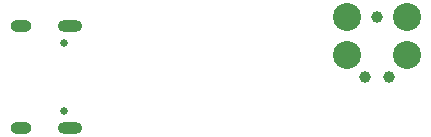
<source format=gbr>
%TF.GenerationSoftware,KiCad,Pcbnew,9.0.3*%
%TF.CreationDate,2025-09-06T00:14:14-07:00*%
%TF.ProjectId,business_card,62757369-6e65-4737-935f-636172642e6b,1.0*%
%TF.SameCoordinates,Original*%
%TF.FileFunction,Soldermask,Bot*%
%TF.FilePolarity,Negative*%
%FSLAX46Y46*%
G04 Gerber Fmt 4.6, Leading zero omitted, Abs format (unit mm)*
G04 Created by KiCad (PCBNEW 9.0.3) date 2025-09-06 00:14:14*
%MOMM*%
%LPD*%
G01*
G04 APERTURE LIST*
%ADD10O,1.800000X1.000000*%
%ADD11O,2.100000X1.000000*%
%ADD12C,0.650000*%
%ADD13C,2.374900*%
%ADD14C,0.990600*%
G04 APERTURE END LIST*
D10*
%TO.C,J1*%
X178400000Y-79332500D03*
D11*
X182580000Y-79332500D03*
D10*
X178400000Y-70692500D03*
D11*
X182580000Y-70692500D03*
D12*
X182080000Y-77902500D03*
X182080000Y-72122500D03*
%TD*%
D13*
%TO.C,U1*%
X211095000Y-69962500D03*
D14*
X208555000Y-69962500D03*
D13*
X206015000Y-69962500D03*
X211095000Y-73137500D03*
X206015000Y-73137500D03*
D14*
X209571000Y-75042500D03*
X207539000Y-75042500D03*
%TD*%
M02*

</source>
